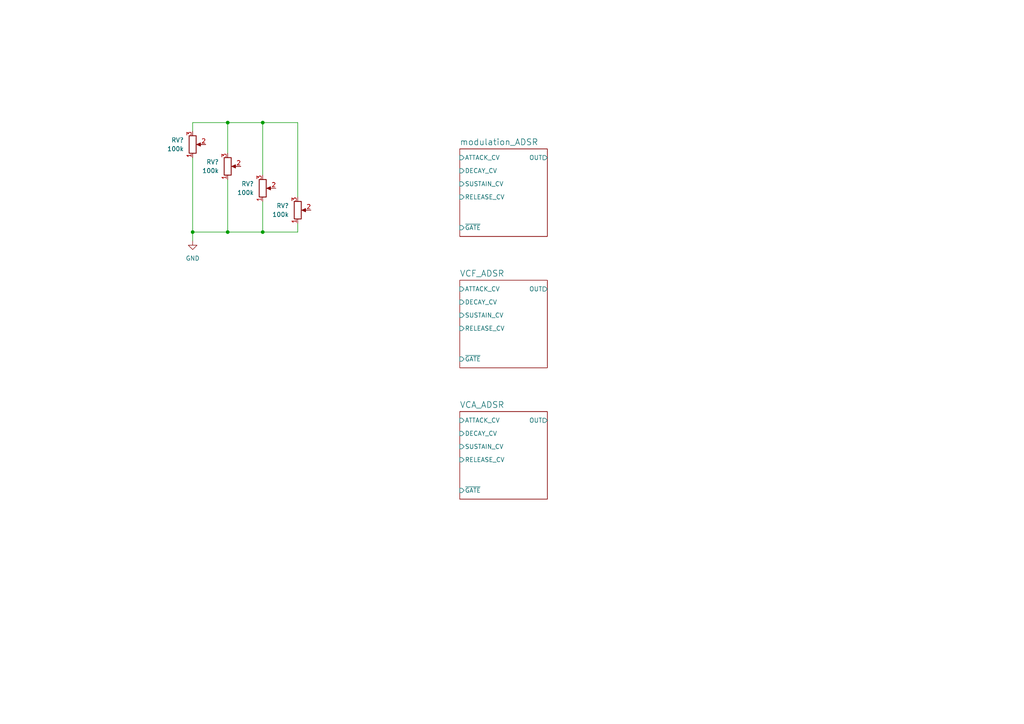
<source format=kicad_sch>
(kicad_sch (version 20211123) (generator eeschema)
  (paper "A4")
  (lib_symbols
    (symbol "Device:R_Potentiometer" (pin_names (offset 1.016) hide)
      (property "Reference" "RV" (at -4.445 0 90))
      (property "Value" "R_Potentiometer" (at -2.54 0 90))
      (symbol "R_Potentiometer_0_1"
        (polyline (pts (xy 2.54 0) (xy 1.524 0)))
        (polyline (pts (xy 1.143 0) (xy 2.286 0.508) (xy 2.286 -0.508) (xy 1.143 0)) (fill (type outline)))
        (rectangle (start 1.016 2.54) (end -1.016 -2.54) (stroke (width 0.254)))
      )
      (symbol "R_Potentiometer_1_1"
        (pin passive line (at 0 3.81 270) (length 1.27) (name "1") (number "1"))
        (pin passive line (at 3.81 0 180) (length 1.27) (name "2") (number "2"))
        (pin passive line (at 0 -3.81 90) (length 1.27) (name "3") (number "3"))
      )
    )
    (symbol "power:GND" (power) (pin_names (offset 0))
      (property "Value" "GND" (at 0 -3.81 0))
      (symbol "GND_0_1"
        (polyline (pts (xy 0 0) (xy 0 -1.27) (xy 1.27 -1.27) (xy 0 -2.54) (xy -1.27 -1.27) (xy 0 -1.27)))
      )
      (symbol "GND_1_1"
        (pin power_in line (at 0 0 270) (length 0) hide (name "GND") (number "1"))
      )
    )
  )
  (junction (at 66.04 67.31))
  (junction (at 76.2 67.31))
  (junction (at 66.04 35.56))
  (junction (at 76.2 35.56))
  (junction (at 55.88 67.31))
  (wire (pts (xy 66.04 52.07) (xy 66.04 67.31)))
  (wire (pts (xy 55.88 67.31) (xy 55.88 45.72)))
  (wire (pts (xy 86.36 35.56) (xy 76.2 35.56)))
  (wire (pts (xy 86.36 67.31) (xy 76.2 67.31)))
  (wire (pts (xy 76.2 35.56) (xy 76.2 50.8)))
  (wire (pts (xy 66.04 35.56) (xy 55.88 35.56)))
  (wire (pts (xy 55.88 67.31) (xy 55.88 69.85)))
  (wire (pts (xy 66.04 67.31) (xy 55.88 67.31)))
  (wire (pts (xy 86.36 64.77) (xy 86.36 67.31)))
  (wire (pts (xy 76.2 67.31) (xy 66.04 67.31)))
  (wire (pts (xy 55.88 35.56) (xy 55.88 38.1)))
  (wire (pts (xy 66.04 35.56) (xy 66.04 44.45)))
  (wire (pts (xy 86.36 57.15) (xy 86.36 35.56)))
  (wire (pts (xy 76.2 35.56) (xy 66.04 35.56)))
  (wire (pts (xy 76.2 58.42) (xy 76.2 67.31)))
  (symbol (lib_id "Device:R_Potentiometer") (at 86.36 60.96 0) (mirror x) (unit 1)
    (property "Reference" "RV?" (at 83.82 59.6899 0) (effects (justify right)))
    (property "Value" "100k" (at 83.82 62.2299 0) (effects (justify right)))
  )
  (symbol (lib_id "Device:R_Potentiometer") (at 66.04 48.26 0) (mirror x) (unit 1)
    (property "Reference" "RV?" (at 63.5 46.9899 0) (effects (justify right)))
    (property "Value" "100k" (at 63.5 49.5299 0) (effects (justify right)))
  )
  (symbol (lib_id "Device:R_Potentiometer") (at 76.2 54.61 0) (mirror x) (unit 1)
    (property "Reference" "RV?" (at 73.66 53.3399 0) (effects (justify right)))
    (property "Value" "100k" (at 73.66 55.8799 0) (effects (justify right)))
  )
  (symbol (lib_id "power:GND") (at 55.88 69.85 0) (unit 1)
    (property "Reference" "#PWR?" (effects hide))
    (property "Value" "GND" (at 55.88 74.93 0))
  )
  (symbol (lib_id "Device:R_Potentiometer") (at 55.88 41.91 0) (mirror x) (unit 1)
    (property "Reference" "RV?" (at 53.34 40.6399 0) (effects (justify right)))
    (property "Value" "100k" (at 53.34 43.1799 0) (effects (justify right)))
  )
  (sheet (at 133.35 119.38) (size 25.4 25.4) (stroke (width 0.1524))
    (property "Sheet name" "VCA_ADSR" (at 133.35 118.4284 0) (effects (font (size 1.75 1.75)) (justify left bottom)))
    (property "Sheet file" "ADSR.kicad_sch" (effects hide))
    (pin "~{GATE}" input (at 133.35 142.24 180))
    (pin "OUT" output (at 158.75 121.92 0))
    (pin "DECAY_CV" input (at 133.35 125.73 180))
    (pin "ATTACK_CV" input (at 133.35 121.92 180))
    (pin "RELEASE_CV" input (at 133.35 133.35 180))
    (pin "SUSTAIN_CV" input (at 133.35 129.54 180))
  )
  (sheet (at 133.35 81.28) (size 25.4 25.4) (stroke (width 0.1524))
    (property "Sheet name" "VCF_ADSR" (at 133.35 80.3284 0) (effects (font (size 1.75 1.75)) (justify left bottom)))
    (property "Sheet file" "ADSR.kicad_sch" (effects hide))
    (pin "~{GATE}" input (at 133.35 104.14 180))
    (pin "OUT" output (at 158.75 83.82 0))
    (pin "DECAY_CV" input (at 133.35 87.63 180))
    (pin "ATTACK_CV" input (at 133.35 83.82 180))
    (pin "RELEASE_CV" input (at 133.35 95.25 180))
    (pin "SUSTAIN_CV" input (at 133.35 91.44 180))
  )
  (sheet (at 133.35 43.18) (size 25.4 25.4) (stroke (width 0.1524))
    (property "Sheet name" "modulation_ADSR" (at 133.35 42.2284 0) (effects (font (size 1.75 1.75)) (justify left bottom)))
    (property "Sheet file" "ADSR.kicad_sch" (effects hide))
    (pin "~{GATE}" input (at 133.35 66.04 180))
    (pin "OUT" output (at 158.75 45.72 0))
    (pin "DECAY_CV" input (at 133.35 49.53 180))
    (pin "ATTACK_CV" input (at 133.35 45.72 180))
    (pin "RELEASE_CV" input (at 133.35 57.15 180))
    (pin "SUSTAIN_CV" input (at 133.35 53.34 180))
  )
)
</source>
